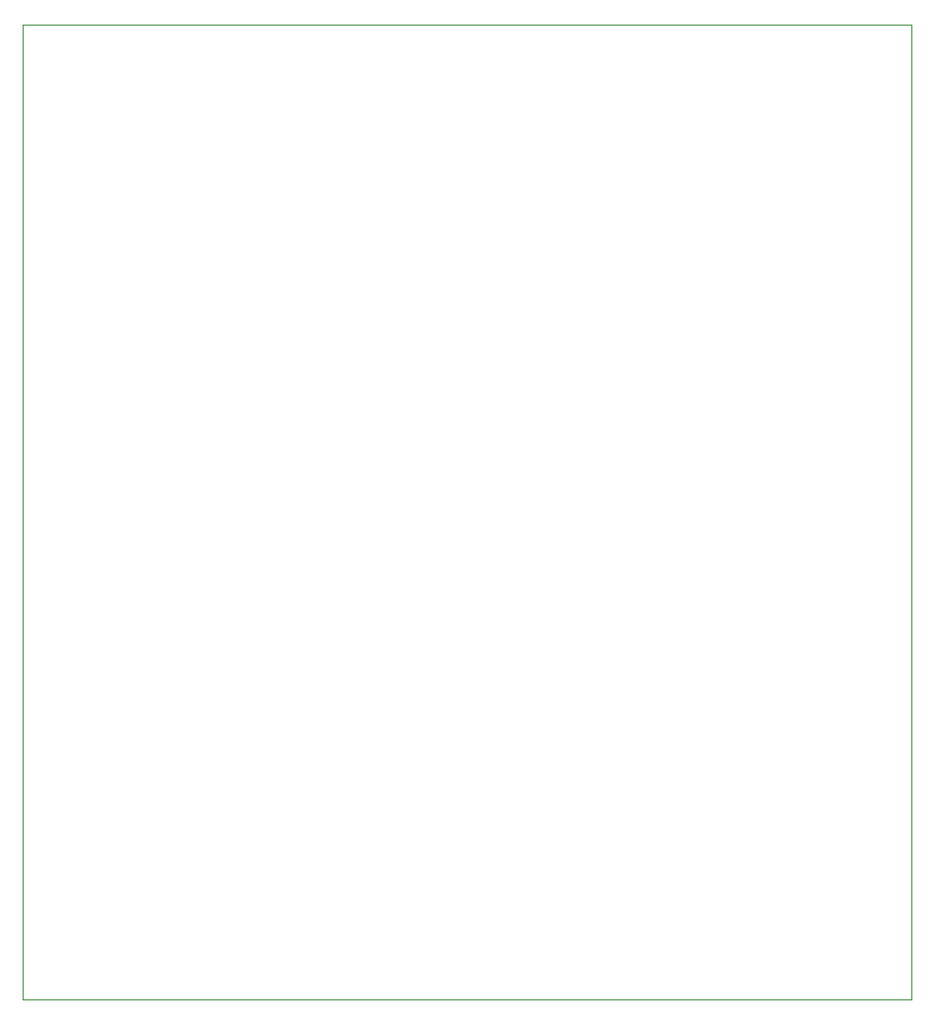
<source format=gbr>
%TF.GenerationSoftware,KiCad,Pcbnew,8.0.6-1.fc41*%
%TF.CreationDate,2024-12-08T17:17:20+02:00*%
%TF.ProjectId,logicanalyzer,6c6f6769-6361-46e6-916c-797a65722e6b,rev?*%
%TF.SameCoordinates,Original*%
%TF.FileFunction,Profile,NP*%
%FSLAX46Y46*%
G04 Gerber Fmt 4.6, Leading zero omitted, Abs format (unit mm)*
G04 Created by KiCad (PCBNEW 8.0.6-1.fc41) date 2024-12-08 17:17:20*
%MOMM*%
%LPD*%
G01*
G04 APERTURE LIST*
%TA.AperFunction,Profile*%
%ADD10C,0.050000*%
%TD*%
G04 APERTURE END LIST*
D10*
X44450000Y-48260000D02*
X120904000Y-48260000D01*
X120904000Y-132080000D01*
X44450000Y-132080000D01*
X44450000Y-48260000D01*
M02*

</source>
